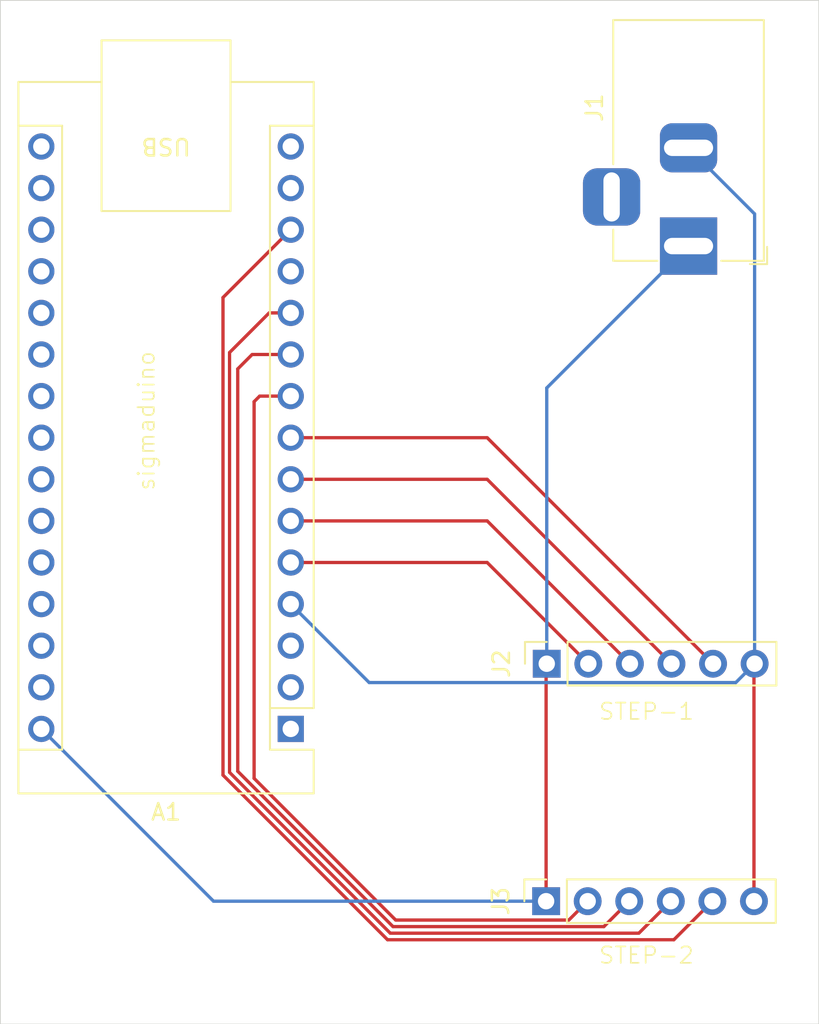
<source format=kicad_pcb>
(kicad_pcb (version 20241229) (generator "pcbnew") (generator_version "9.0")
  (layers (0 "F.Cu" signal) (2 "B.Cu" signal) (13 "F.Paste" user) (15 "B.Paste" user) (5 "F.SilkS" user "F.Silkscreen") (7 "B.SilkS" user "B.Silkscreen") (1 "F.Mask" user) (3 "B.Mask" user) (25 "Edge.Cuts" user))
  (net 0 "")
  (net 2 "Net-(A1-D10)")
  (net 6 "Net-(A1-D6)")
  (net 7 "Net-(A1-GND-Pad4)")
  (net 10 "Net-(A1-D7)")
  (net 15 "Net-(A1-D4)")
  (net 17 "Net-(A1-D8)")
  (net 18 "Net-(A1-VIN)")
  (net 22 "Net-(A1-D5)")
  (net 28 "Net-(A1-D2)")
  (net 30 "Net-(A1-D3)")
  (footprint "Connector_PinSocket_2.54mm:PinSocket_1x06_P2.54mm_Vertical" (layer "F.Cu") (at 179.84 117.5 90)
    (property "Reference" "J3" (at 0 -2.77 90) (layer "F.SilkS"))
    (property "Value" "PINHD_1x6_Female")
    (fp_line (start 1.33 -1.33) (end 1.33 0) (stroke (width 0.12)) (layer "F.SilkS"))
    (fp_line (start 0 -1.33) (end 1.33 -1.33) (stroke (width 0.12)) (layer "F.SilkS"))
    (fp_line (start 1.33 1.27) (end 1.33 14.03) (stroke (width 0.12)) (layer "F.SilkS"))
    (fp_line (start -1.33 1.27) (end 1.33 1.27) (stroke (width 0.12)) (layer "F.SilkS"))
    (fp_line (start -1.33 1.27) (end -1.33 14.03) (stroke (width 0.12)) (layer "F.SilkS"))
    (fp_line (start -1.33 14.03) (end 1.33 14.03) (stroke (width 0.12)) (layer "F.SilkS"))
    (pad "1" thru_hole rect (at 0 0 90) (size 1.7 1.7) (drill 1) (layers "*.Cu" "*.Mask") (net 18 "Net-(A1-VIN)"))
    (pad "2" thru_hole circle (at 0 2.54 90) (size 1.7 1.7) (drill 1) (layers "*.Cu" "*.Mask") (net 6 "Net-(A1-D6)"))
    (pad "3" thru_hole circle (at 0 5.08 90) (size 1.7 1.7) (drill 1) (layers "*.Cu" "*.Mask") (net 10 "Net-(A1-D7)"))
    (pad "4" thru_hole circle (at 0 7.62 90) (size 1.7 1.7) (drill 1) (layers "*.Cu" "*.Mask") (net 17 "Net-(A1-D8)"))
    (pad "5" thru_hole circle (at 0 10.16 90) (size 1.7 1.7) (drill 1) (layers "*.Cu" "*.Mask") (net 2 "Net-(A1-D10)"))
    (pad "6" thru_hole circle (at 0 12.7 90) (size 1.7 1.7) (drill 1) (layers "*.Cu" "*.Mask") (net 7 "Net-(A1-GND-Pad4)"))
  )
  (footprint "Connector_PinSocket_2.54mm:PinSocket_1x06_P2.54mm_Vertical" (layer "F.Cu") (at 179.88 103 90)
    (property "Reference" "J2" (at 0 -2.77 90) (layer "F.SilkS"))
    (property "Value" "PINHD_1x6_Female")
    (fp_line (start 1.33 -1.33) (end 1.33 0) (stroke (width 0.12)) (layer "F.SilkS"))
    (fp_line (start 0 -1.33) (end 1.33 -1.33) (stroke (width 0.12)) (layer "F.SilkS"))
    (fp_line (start 1.33 1.27) (end 1.33 14.03) (stroke (width 0.12)) (layer "F.SilkS"))
    (fp_line (start -1.33 1.27) (end 1.33 1.27) (stroke (width 0.12)) (layer "F.SilkS"))
    (fp_line (start -1.33 1.27) (end -1.33 14.03) (stroke (width 0.12)) (layer "F.SilkS"))
    (fp_line (start -1.33 14.03) (end 1.33 14.03) (stroke (width 0.12)) (layer "F.SilkS"))
    (pad "1" thru_hole rect (at 0 0 90) (size 1.7 1.7) (drill 1) (layers "*.Cu" "*.Mask") (net 18 "Net-(A1-VIN)"))
    (pad "2" thru_hole circle (at 0 2.54 90) (size 1.7 1.7) (drill 1) (layers "*.Cu" "*.Mask") (net 28 "Net-(A1-D2)"))
    (pad "3" thru_hole circle (at 0 5.08 90) (size 1.7 1.7) (drill 1) (layers "*.Cu" "*.Mask") (net 30 "Net-(A1-D3)"))
    (pad "4" thru_hole circle (at 0 7.62 90) (size 1.7 1.7) (drill 1) (layers "*.Cu" "*.Mask") (net 15 "Net-(A1-D4)"))
    (pad "5" thru_hole circle (at 0 10.16 90) (size 1.7 1.7) (drill 1) (layers "*.Cu" "*.Mask") (net 22 "Net-(A1-D5)"))
    (pad "6" thru_hole circle (at 0 12.7 90) (size 1.7 1.7) (drill 1) (layers "*.Cu" "*.Mask") (net 7 "Net-(A1-GND-Pad4)"))
  )
  (footprint "Connector_BarrelJack:BarrelJack_Horizontal" (layer "F.Cu") (at 188.5425 77.5 -90)
    (property "Reference" "J1" (at -8.45 5.75 90) (layer "F.SilkS"))
    (property "Value" "Barrel_Jack")
    (fp_line (start -13.8 4.6) (end -13.8 -4.6) (stroke (width 0.12)) (layer "F.SilkS"))
    (fp_line (start -5 4.6) (end -13.8 4.6) (stroke (width 0.12)) (layer "F.SilkS"))
    (fp_line (start 0.9 4.6) (end -1 4.6) (stroke (width 0.12)) (layer "F.SilkS"))
    (fp_line (start 0.9 1.9) (end 0.9 4.6) (stroke (width 0.12)) (layer "F.SilkS"))
    (fp_line (start 1.1 -3.75) (end 1.1 -4.8) (stroke (width 0.12)) (layer "F.SilkS"))
    (fp_line (start -13.8 -4.6) (end 0.9 -4.6) (stroke (width 0.12)) (layer "F.SilkS"))
    (fp_line (start 0.9 -4.6) (end 0.9 -2) (stroke (width 0.12)) (layer "F.SilkS"))
    (fp_line (start 0.05 -4.8) (end 1.1 -4.8) (stroke (width 0.12)) (layer "F.SilkS"))
    (pad "1" thru_hole rect (at 0 0 270) (size 3.5 3.5) (drill oval 1 3) (layers "*.Cu" "*.Mask") (net 18 "Net-(A1-VIN)"))
    (pad "2" thru_hole roundrect (at -6 0 270) (size 3 3.5) (drill oval 1 3) (layers "*.Cu" "*.Mask") (net 7 "Net-(A1-GND-Pad4)"))
    (pad "3" thru_hole roundrect (at -3 4.7 270) (size 3.5 3.5) (drill oval 3 1) (layers "*.Cu" "*.Mask"))
  )
  (footprint "Module:Arduino_Nano" (layer "F.Cu") (at 164.24 106.98 180)
    (property "Reference" "A1" (at 7.62 -5.08 0) (layer "F.SilkS"))
    (property "Value" "Arduino_Nano_v2.x")
    (fp_line (start 16.64 39.5) (end 16.64 -3.94) (stroke (width 0.12)) (layer "F.SilkS"))
    (fp_line (start 16.64 39.5) (end 11.56 39.5) (stroke (width 0.12)) (layer "F.SilkS"))
    (fp_line (start 16.64 -3.94) (end -1.4 -3.94) (stroke (width 0.12)) (layer "F.SilkS"))
    (fp_line (start 13.97 36.83) (end 16.64 36.83) (stroke (width 0.12)) (layer "F.SilkS"))
    (fp_line (start 13.97 -1.27) (end 16.64 -1.27) (stroke (width 0.12)) (layer "F.SilkS"))
    (fp_line (start 13.97 -1.27) (end 13.97 36.83) (stroke (width 0.12)) (layer "F.SilkS"))
    (fp_line (start 11.56 42.04) (end 3.68 42.04) (stroke (width 0.12)) (layer "F.SilkS"))
    (fp_line (start 11.56 31.62) (end 11.56 42.04) (stroke (width 0.12)) (layer "F.SilkS"))
    (fp_line (start 3.68 42.04) (end 3.68 31.62) (stroke (width 0.12)) (layer "F.SilkS"))
    (fp_line (start 3.68 31.62) (end 11.56 31.62) (stroke (width 0.12)) (layer "F.SilkS"))
    (fp_line (start 1.27 36.83) (end -1.4 36.83) (stroke (width 0.12)) (layer "F.SilkS"))
    (fp_line (start 1.27 1.27) (end 1.27 36.83) (stroke (width 0.12)) (layer "F.SilkS"))
    (fp_line (start 1.27 1.27) (end 1.27 -1.27) (stroke (width 0.12)) (layer "F.SilkS"))
    (fp_line (start 1.27 1.27) (end -1.4 1.27) (stroke (width 0.12)) (layer "F.SilkS"))
    (fp_line (start 1.27 -1.27) (end -1.4 -1.27) (stroke (width 0.12)) (layer "F.SilkS"))
    (fp_line (start -1.4 39.5) (end 3.68 39.5) (stroke (width 0.12)) (layer "F.SilkS"))
    (fp_line (start -1.4 1.27) (end -1.4 39.5) (stroke (width 0.12)) (layer "F.SilkS"))
    (fp_line (start -1.4 -3.94) (end -1.4 -1.27) (stroke (width 0.12)) (layer "F.SilkS"))
    (fp_text user "USB" (at 7.62 35.56 180) (layer "F.SilkS"))
    (pad "1" thru_hole rect (at 0 0 180) (size 1.6 1.6) (drill 1) (layers "*.Cu" "*.Mask"))
    (pad "2" thru_hole oval (at 0 2.54 180) (size 1.6 1.6) (drill 1) (layers "*.Cu" "*.Mask"))
    (pad "3" thru_hole oval (at 0 5.08 180) (size 1.6 1.6) (drill 1) (layers "*.Cu" "*.Mask"))
    (pad "4" thru_hole oval (at 0 7.62 180) (size 1.6 1.6) (drill 1) (layers "*.Cu" "*.Mask") (net 7 "Net-(A1-GND-Pad4)"))
    (pad "5" thru_hole oval (at 0 10.16 180) (size 1.6 1.6) (drill 1) (layers "*.Cu" "*.Mask") (net 28 "Net-(A1-D2)"))
    (pad "6" thru_hole oval (at 0 12.7 180) (size 1.6 1.6) (drill 1) (layers "*.Cu" "*.Mask") (net 30 "Net-(A1-D3)"))
    (pad "7" thru_hole oval (at 0 15.24 180) (size 1.6 1.6) (drill 1) (layers "*.Cu" "*.Mask") (net 15 "Net-(A1-D4)"))
    (pad "8" thru_hole oval (at 0 17.78 180) (size 1.6 1.6) (drill 1) (layers "*.Cu" "*.Mask") (net 22 "Net-(A1-D5)"))
    (pad "9" thru_hole oval (at 0 20.32 180) (size 1.6 1.6) (drill 1) (layers "*.Cu" "*.Mask") (net 6 "Net-(A1-D6)"))
    (pad "10" thru_hole oval (at 0 22.86 180) (size 1.6 1.6) (drill 1) (layers "*.Cu" "*.Mask") (net 10 "Net-(A1-D7)"))
    (pad "11" thru_hole oval (at 0 25.4 180) (size 1.6 1.6) (drill 1) (layers "*.Cu" "*.Mask") (net 17 "Net-(A1-D8)"))
    (pad "12" thru_hole oval (at 0 27.94 180) (size 1.6 1.6) (drill 1) (layers "*.Cu" "*.Mask"))
    (pad "13" thru_hole oval (at 0 30.48 180) (size 1.6 1.6) (drill 1) (layers "*.Cu" "*.Mask") (net 2 "Net-(A1-D10)"))
    (pad "14" thru_hole oval (at 0 33.02 180) (size 1.6 1.6) (drill 1) (layers "*.Cu" "*.Mask"))
    (pad "15" thru_hole oval (at 0 35.56 180) (size 1.6 1.6) (drill 1) (layers "*.Cu" "*.Mask"))
    (pad "16" thru_hole oval (at 15.24 35.56 180) (size 1.6 1.6) (drill 1) (layers "*.Cu" "*.Mask"))
    (pad "17" thru_hole oval (at 15.24 33.02 180) (size 1.6 1.6) (drill 1) (layers "*.Cu" "*.Mask"))
    (pad "18" thru_hole oval (at 15.24 30.48 180) (size 1.6 1.6) (drill 1) (layers "*.Cu" "*.Mask"))
    (pad "19" thru_hole oval (at 15.24 27.94 180) (size 1.6 1.6) (drill 1) (layers "*.Cu" "*.Mask"))
    (pad "20" thru_hole oval (at 15.24 25.4 180) (size 1.6 1.6) (drill 1) (layers "*.Cu" "*.Mask"))
    (pad "21" thru_hole oval (at 15.24 22.86 180) (size 1.6 1.6) (drill 1) (layers "*.Cu" "*.Mask"))
    (pad "22" thru_hole oval (at 15.24 20.32 180) (size 1.6 1.6) (drill 1) (layers "*.Cu" "*.Mask"))
    (pad "23" thru_hole oval (at 15.24 17.78 180) (size 1.6 1.6) (drill 1) (layers "*.Cu" "*.Mask"))
    (pad "24" thru_hole oval (at 15.24 15.24 180) (size 1.6 1.6) (drill 1) (layers "*.Cu" "*.Mask"))
    (pad "25" thru_hole oval (at 15.24 12.7 180) (size 1.6 1.6) (drill 1) (layers "*.Cu" "*.Mask"))
    (pad "26" thru_hole oval (at 15.24 10.16 180) (size 1.6 1.6) (drill 1) (layers "*.Cu" "*.Mask"))
    (pad "27" thru_hole oval (at 15.24 7.62 180) (size 1.6 1.6) (drill 1) (layers "*.Cu" "*.Mask"))
    (pad "28" thru_hole oval (at 15.24 5.08 180) (size 1.6 1.6) (drill 1) (layers "*.Cu" "*.Mask"))
    (pad "29" thru_hole oval (at 15.24 2.54 180) (size 1.6 1.6) (drill 1) (layers "*.Cu" "*.Mask"))
    (pad "30" thru_hole oval (at 15.24 0 180) (size 1.6 1.6) (drill 1) (layers "*.Cu" "*.Mask") (net 18 "Net-(A1-VIN)"))
  )
  (gr_rect (start 146.5 62.5) (end 196.5 125) (stroke (width 0.05)) (fill no) (layer "Edge.Cuts"))
  (gr_text "STEP-1\n" (at 183 106.5 0) (layer "F.SilkS") (effects (font (size 1 1) (thickness 0.1)) (justify left bottom)))
  (gr_text "STEP-2\n\n" (at 183 123 0) (layer "F.SilkS") (effects (font (size 1 1) (thickness 0.1)) (justify left bottom)))
  (gr_text "sigmaduino" (at 156 92.5 90) (layer "F.SilkS") (effects (font (size 1 1) (thickness 0.1)) (justify left bottom)))
  (segment (start 187.646 119.854) (end 170.1527 119.854) (width 0.2) (layer "F.Cu") (net 2))
  (segment (start 170.1527 119.854) (end 160.099 109.8003) (width 0.2) (layer "F.Cu") (net 2))
  (segment (start 190 117.5) (end 187.646 119.854) (width 0.2) (layer "F.Cu") (net 2))
  (segment (start 160.099 80.641) (end 164.24 76.5) (width 0.2) (layer "F.Cu") (net 2))
  (segment (start 160.099 109.8003) (end 160.099 80.641) (width 0.2) (layer "F.Cu") (net 2))
  (segment (start 162 110) (end 162 87) (width 0.2) (layer "F.Cu") (net 6))
  (segment (start 162 87) (end 162.34 86.66) (width 0.2) (layer "F.Cu") (net 6))
  (segment (start 182.38 117.5) (end 181.229 118.651) (width 0.2) (layer "F.Cu") (net 6))
  (segment (start 170.651 118.651) (end 162 110) (width 0.2) (layer "F.Cu") (net 6))
  (segment (start 162.34 86.66) (end 164.24 86.66) (width 0.2) (layer "F.Cu") (net 6))
  (segment (start 181.229 118.651) (end 170.651 118.651) (width 0.2) (layer "F.Cu") (net 6))
  (segment (start 192.54 117.5) (end 192.54 103.04) (width 0.2) (layer "F.Cu") (net 7))
  (segment (start 192.54 103.04) (end 192.58 103) (width 0.2) (layer "F.Cu") (net 7))
  (segment (start 192.58 75.5375) (end 188.5425 71.5) (width 0.2) (layer "B.Cu") (net 7))
  (segment (start 191.429 104.151) (end 192.58 103) (width 0.2) (layer "B.Cu") (net 7))
  (segment (start 192.58 103) (end 192.58 75.5375) (width 0.2) (layer "B.Cu") (net 7))
  (segment (start 169.031 104.151) (end 191.429 104.151) (width 0.2) (layer "B.Cu") (net 7))
  (segment (start 164.24 99.36) (end 169.031 104.151) (width 0.2) (layer "B.Cu") (net 7))
  (segment (start 161.88 84.12) (end 164.24 84.12) (width 0.2) (layer "F.Cu") (net 10))
  (segment (start 161 85) (end 161.88 84.12) (width 0.2) (layer "F.Cu") (net 10))
  (segment (start 170.4849 119.052) (end 161 109.5671) (width 0.2) (layer "F.Cu") (net 10))
  (segment (start 183.368 119.052) (end 170.4849 119.052) (width 0.2) (layer "F.Cu") (net 10))
  (segment (start 161 109.5671) (end 161 85) (width 0.2) (layer "F.Cu") (net 10))
  (segment (start 184.92 117.5) (end 183.368 119.052) (width 0.2) (layer "F.Cu") (net 10))
  (segment (start 187.5 103) (end 176.24 91.74) (width 0.2) (layer "F.Cu") (net 15))
  (segment (start 176.24 91.74) (end 164.24 91.74) (width 0.2) (layer "F.Cu") (net 15))
  (segment (start 187.46 117.5) (end 185.507 119.453) (width 0.2) (layer "F.Cu") (net 17))
  (segment (start 160.5 84) (end 162.92 81.58) (width 0.2) (layer "F.Cu") (net 17))
  (segment (start 170.3188 119.453) (end 160.5 109.6342) (width 0.2) (layer "F.Cu") (net 17))
  (segment (start 185.507 119.453) (end 170.3188 119.453) (width 0.2) (layer "F.Cu") (net 17))
  (segment (start 160.5 109.6342) (end 160.5 84) (width 0.2) (layer "F.Cu") (net 17))
  (segment (start 162.92 81.58) (end 164.24 81.58) (width 0.2) (layer "F.Cu") (net 17))
  (segment (start 179.84 103.04) (end 179.88 103) (width 0.2) (layer "F.Cu") (net 18))
  (segment (start 179.84 117.5) (end 179.84 103.04) (width 0.2) (layer "F.Cu") (net 18))
  (segment (start 179.88 103) (end 179.88 86.1625) (width 0.2) (layer "B.Cu") (net 18))
  (segment (start 159.52 117.5) (end 179.84 117.5) (width 0.2) (layer "B.Cu") (net 18))
  (segment (start 149 106.98) (end 159.52 117.5) (width 0.2) (layer "B.Cu") (net 18))
  (segment (start 179.88 86.1625) (end 188.5425 77.5) (width 0.2) (layer "B.Cu") (net 18))
  (segment (start 190.04 103) (end 176.24 89.2) (width 0.2) (layer "F.Cu") (net 22))
  (segment (start 176.24 89.2) (end 164.24 89.2) (width 0.2) (layer "F.Cu") (net 22))
  (segment (start 176.24 96.82) (end 164.24 96.82) (width 0.2) (layer "F.Cu") (net 28))
  (segment (start 182.42 103) (end 176.24 96.82) (width 0.2) (layer "F.Cu") (net 28))
  (segment (start 176.24 94.28) (end 164.24 94.28) (width 0.2) (layer "F.Cu") (net 30))
  (segment (start 184.96 103) (end 176.24 94.28) (width 0.2) (layer "F.Cu") (net 30))
)
</source>
